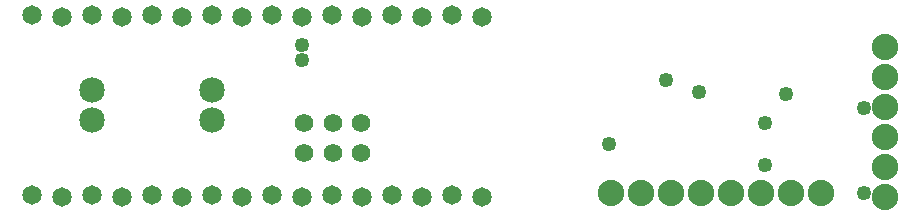
<source format=gbs>
G04 MADE WITH FRITZING*
G04 WWW.FRITZING.ORG*
G04 DOUBLE SIDED*
G04 HOLES PLATED*
G04 CONTOUR ON CENTER OF CONTOUR VECTOR*
%ASAXBY*%
%FSLAX23Y23*%
%MOIN*%
%OFA0B0*%
%SFA1.0B1.0*%
%ADD10C,0.049370*%
%ADD11C,0.088000*%
%ADD12C,0.061496*%
%ADD13C,0.065000*%
%ADD14C,0.085000*%
%LNMASK0*%
G90*
G70*
G54D10*
X2834Y356D03*
X2834Y73D03*
X959Y568D03*
X959Y518D03*
G54D11*
X2904Y162D03*
X2904Y62D03*
X2904Y362D03*
X2904Y262D03*
X2904Y562D03*
X2904Y462D03*
G54D12*
X1156Y309D03*
X1156Y209D03*
X1062Y309D03*
X1062Y209D03*
X967Y309D03*
X967Y209D03*
G54D13*
X59Y68D03*
X159Y60D03*
X259Y68D03*
X359Y60D03*
X459Y68D03*
X559Y60D03*
X659Y68D03*
X759Y60D03*
X859Y68D03*
X959Y60D03*
X1059Y68D03*
X1159Y60D03*
X1259Y68D03*
X1359Y60D03*
X1459Y68D03*
X1559Y60D03*
X59Y668D03*
X159Y660D03*
X259Y668D03*
X359Y660D03*
X459Y668D03*
X559Y660D03*
X659Y668D03*
X759Y660D03*
X859Y668D03*
X959Y660D03*
X1059Y668D03*
X1159Y660D03*
X1259Y668D03*
X1359Y660D03*
X1459Y668D03*
X1559Y660D03*
G54D11*
X1990Y73D03*
X2090Y73D03*
X2190Y73D03*
X2290Y73D03*
X2390Y73D03*
X2490Y73D03*
X2590Y73D03*
X2690Y73D03*
G54D10*
X1983Y238D03*
X2503Y167D03*
X2574Y403D03*
X2283Y410D03*
X2504Y309D03*
X2172Y451D03*
G54D14*
X259Y318D03*
X659Y318D03*
X259Y418D03*
X659Y418D03*
G04 End of Mask0*
M02*
</source>
